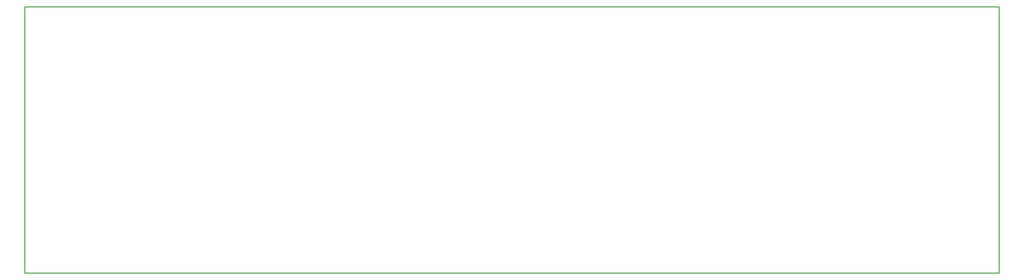
<source format=gko>
G04*
G04 #@! TF.GenerationSoftware,Altium Limited,Altium Designer,18.0.12 (696)*
G04*
G04 Layer_Color=16711935*
%FSLAX25Y25*%
%MOIN*%
G70*
G01*
G75*
%ADD12C,0.00600*%
D12*
X1969Y1969D02*
Y194882D01*
X706693D01*
Y1969D02*
Y194882D01*
X1969Y1969D02*
X706693D01*
M02*

</source>
